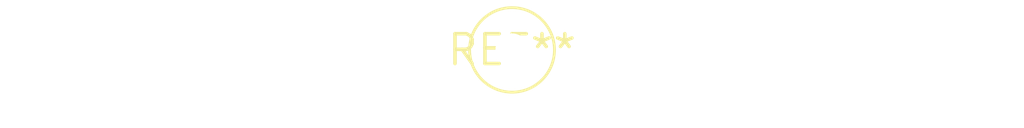
<source format=kicad_pcb>
(kicad_pcb (version 20240108) (generator pcbnew)
  (layers (0 "F.Cu" signal) (31 "B.Cu" signal) (34 "B.Paste" user) (35 "F.Paste" user) (36 "B.SilkS" user "B.Silkscreen") (37 "F.SilkS" user "F.Silkscreen") (38 "B.Mask" user) (39 "F.Mask" user) (44 "Edge.Cuts" user))
  (net 0 "")
  (footprint "TestPoint_Loop_D3.50mm_Drill1.4mm_Beaded" (layer "F.Cu") (at 0 0)
    (property "Reference" "REF**")
    (property "Value" "TestPoint_Loop_D3.50mm_Drill1.4mm_Beaded")
    (fp_circle (center 0 0) (end 1.8 0) (layer "F.SilkS") (stroke (width 0.12)) (fill none))
    (pad "1" thru_hole circle (at 0 0) (size 2.8 2.8) (drill 1.4) (layers *.Cu *.Mask) (remove_unused_layers))
  )
)
</source>
